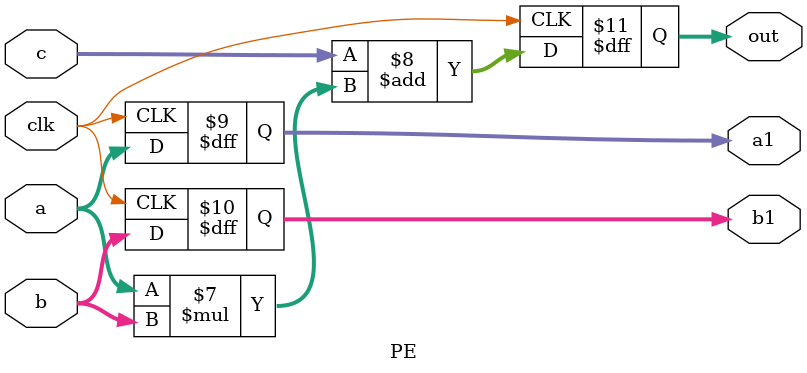
<source format=v>



module PE(a,b,c,a1,b1,out,clk);

parameter N = 31;

input [N:0] a,b,c; 
output  [N:0] a1,b1;
input clk;

output [N:0] out;
reg [N:0] a1,b1;
reg [N:0] out;

function automatic [N:0] func(input [N:0] a,b,c);
    begin
        func = c+a*b;
    end
endfunction

// For this model the functionality of the PE is not changed with the change in data type.
// a, b is passed through PE as a regester and another output c+a*b is calculated for each clock cycle.

//For programming it on FPGA. It is preferred to use posedge clock as the FPGA has only either posedge clock triggered Flipflops or negedge triggered Flipflops.
// If clock is used while synthesis in FPGA IT cannot allocate any FLIPFlops to the PE's and data flow in the systolic array observed is not same as expected.  

always @(negedge clk)
begin
	a1 <= a;
	b1 <= b;
    out <= func(a,b,c);
end

endmodule

</source>
